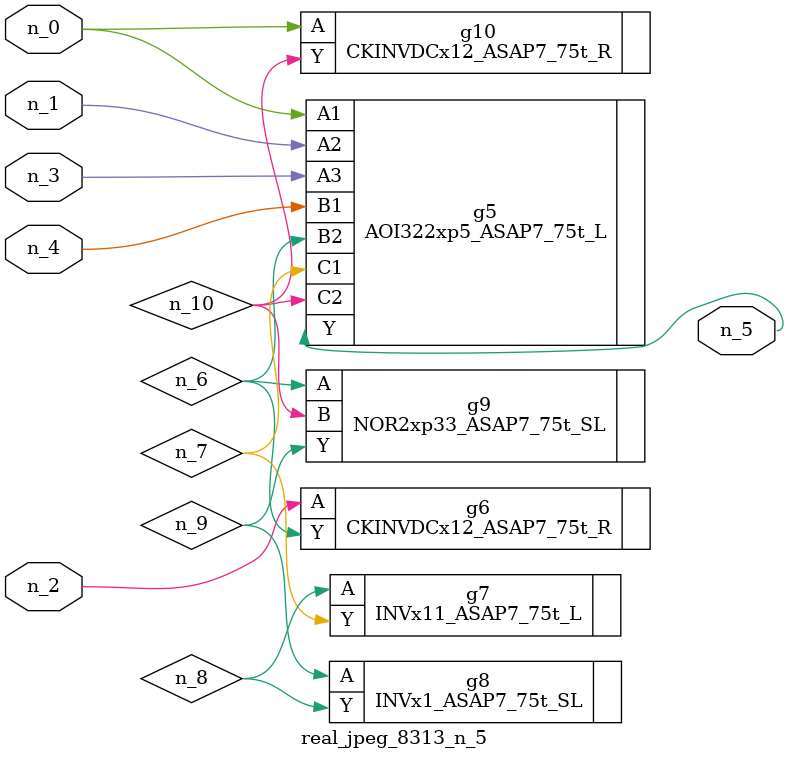
<source format=v>
module real_jpeg_8313_n_5 (n_4, n_0, n_1, n_2, n_3, n_5);

input n_4;
input n_0;
input n_1;
input n_2;
input n_3;

output n_5;

wire n_8;
wire n_6;
wire n_7;
wire n_10;
wire n_9;

AOI322xp5_ASAP7_75t_L g5 ( 
.A1(n_0),
.A2(n_1),
.A3(n_3),
.B1(n_4),
.B2(n_6),
.C1(n_7),
.C2(n_10),
.Y(n_5)
);

CKINVDCx12_ASAP7_75t_R g10 ( 
.A(n_0),
.Y(n_10)
);

CKINVDCx12_ASAP7_75t_R g6 ( 
.A(n_2),
.Y(n_6)
);

NOR2xp33_ASAP7_75t_SL g9 ( 
.A(n_6),
.B(n_10),
.Y(n_9)
);

INVx11_ASAP7_75t_L g7 ( 
.A(n_8),
.Y(n_7)
);

INVx1_ASAP7_75t_SL g8 ( 
.A(n_9),
.Y(n_8)
);


endmodule
</source>
